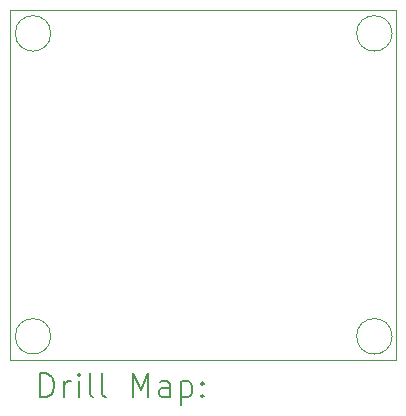
<source format=gbr>
%TF.GenerationSoftware,KiCad,Pcbnew,9.0.1*%
%TF.CreationDate,2025-08-17T13:00:44+05:00*%
%TF.ProjectId,servo_tester,73657276-6f5f-4746-9573-7465722e6b69,rev?*%
%TF.SameCoordinates,Original*%
%TF.FileFunction,Drillmap*%
%TF.FilePolarity,Positive*%
%FSLAX45Y45*%
G04 Gerber Fmt 4.5, Leading zero omitted, Abs format (unit mm)*
G04 Created by KiCad (PCBNEW 9.0.1) date 2025-08-17 13:00:44*
%MOMM*%
%LPD*%
G01*
G04 APERTURE LIST*
%ADD10C,0.050000*%
%ADD11C,0.200000*%
G04 APERTURE END LIST*
D10*
X13090000Y-7630000D02*
X16360000Y-7630000D01*
X16360000Y-10590000D01*
X13090000Y-10590000D01*
X13090000Y-7630000D01*
X13435000Y-7825000D02*
G75*
G02*
X13135000Y-7825000I-150000J0D01*
G01*
X13135000Y-7825000D02*
G75*
G02*
X13435000Y-7825000I150000J0D01*
G01*
X13435000Y-10390000D02*
G75*
G02*
X13135000Y-10390000I-150000J0D01*
G01*
X13135000Y-10390000D02*
G75*
G02*
X13435000Y-10390000I150000J0D01*
G01*
X16325000Y-10390000D02*
G75*
G02*
X16025000Y-10390000I-150000J0D01*
G01*
X16025000Y-10390000D02*
G75*
G02*
X16325000Y-10390000I150000J0D01*
G01*
X16325000Y-7825000D02*
G75*
G02*
X16025000Y-7825000I-150000J0D01*
G01*
X16025000Y-7825000D02*
G75*
G02*
X16325000Y-7825000I150000J0D01*
G01*
D11*
X13348277Y-10903984D02*
X13348277Y-10703984D01*
X13348277Y-10703984D02*
X13395896Y-10703984D01*
X13395896Y-10703984D02*
X13424467Y-10713508D01*
X13424467Y-10713508D02*
X13443515Y-10732555D01*
X13443515Y-10732555D02*
X13453039Y-10751603D01*
X13453039Y-10751603D02*
X13462562Y-10789698D01*
X13462562Y-10789698D02*
X13462562Y-10818270D01*
X13462562Y-10818270D02*
X13453039Y-10856365D01*
X13453039Y-10856365D02*
X13443515Y-10875412D01*
X13443515Y-10875412D02*
X13424467Y-10894460D01*
X13424467Y-10894460D02*
X13395896Y-10903984D01*
X13395896Y-10903984D02*
X13348277Y-10903984D01*
X13548277Y-10903984D02*
X13548277Y-10770650D01*
X13548277Y-10808746D02*
X13557801Y-10789698D01*
X13557801Y-10789698D02*
X13567324Y-10780174D01*
X13567324Y-10780174D02*
X13586372Y-10770650D01*
X13586372Y-10770650D02*
X13605420Y-10770650D01*
X13672086Y-10903984D02*
X13672086Y-10770650D01*
X13672086Y-10703984D02*
X13662562Y-10713508D01*
X13662562Y-10713508D02*
X13672086Y-10723031D01*
X13672086Y-10723031D02*
X13681610Y-10713508D01*
X13681610Y-10713508D02*
X13672086Y-10703984D01*
X13672086Y-10703984D02*
X13672086Y-10723031D01*
X13795896Y-10903984D02*
X13776848Y-10894460D01*
X13776848Y-10894460D02*
X13767324Y-10875412D01*
X13767324Y-10875412D02*
X13767324Y-10703984D01*
X13900658Y-10903984D02*
X13881610Y-10894460D01*
X13881610Y-10894460D02*
X13872086Y-10875412D01*
X13872086Y-10875412D02*
X13872086Y-10703984D01*
X14129229Y-10903984D02*
X14129229Y-10703984D01*
X14129229Y-10703984D02*
X14195896Y-10846841D01*
X14195896Y-10846841D02*
X14262562Y-10703984D01*
X14262562Y-10703984D02*
X14262562Y-10903984D01*
X14443515Y-10903984D02*
X14443515Y-10799222D01*
X14443515Y-10799222D02*
X14433991Y-10780174D01*
X14433991Y-10780174D02*
X14414943Y-10770650D01*
X14414943Y-10770650D02*
X14376848Y-10770650D01*
X14376848Y-10770650D02*
X14357801Y-10780174D01*
X14443515Y-10894460D02*
X14424467Y-10903984D01*
X14424467Y-10903984D02*
X14376848Y-10903984D01*
X14376848Y-10903984D02*
X14357801Y-10894460D01*
X14357801Y-10894460D02*
X14348277Y-10875412D01*
X14348277Y-10875412D02*
X14348277Y-10856365D01*
X14348277Y-10856365D02*
X14357801Y-10837317D01*
X14357801Y-10837317D02*
X14376848Y-10827793D01*
X14376848Y-10827793D02*
X14424467Y-10827793D01*
X14424467Y-10827793D02*
X14443515Y-10818270D01*
X14538753Y-10770650D02*
X14538753Y-10970650D01*
X14538753Y-10780174D02*
X14557801Y-10770650D01*
X14557801Y-10770650D02*
X14595896Y-10770650D01*
X14595896Y-10770650D02*
X14614943Y-10780174D01*
X14614943Y-10780174D02*
X14624467Y-10789698D01*
X14624467Y-10789698D02*
X14633991Y-10808746D01*
X14633991Y-10808746D02*
X14633991Y-10865889D01*
X14633991Y-10865889D02*
X14624467Y-10884936D01*
X14624467Y-10884936D02*
X14614943Y-10894460D01*
X14614943Y-10894460D02*
X14595896Y-10903984D01*
X14595896Y-10903984D02*
X14557801Y-10903984D01*
X14557801Y-10903984D02*
X14538753Y-10894460D01*
X14719705Y-10884936D02*
X14729229Y-10894460D01*
X14729229Y-10894460D02*
X14719705Y-10903984D01*
X14719705Y-10903984D02*
X14710182Y-10894460D01*
X14710182Y-10894460D02*
X14719705Y-10884936D01*
X14719705Y-10884936D02*
X14719705Y-10903984D01*
X14719705Y-10780174D02*
X14729229Y-10789698D01*
X14729229Y-10789698D02*
X14719705Y-10799222D01*
X14719705Y-10799222D02*
X14710182Y-10789698D01*
X14710182Y-10789698D02*
X14719705Y-10780174D01*
X14719705Y-10780174D02*
X14719705Y-10799222D01*
M02*

</source>
